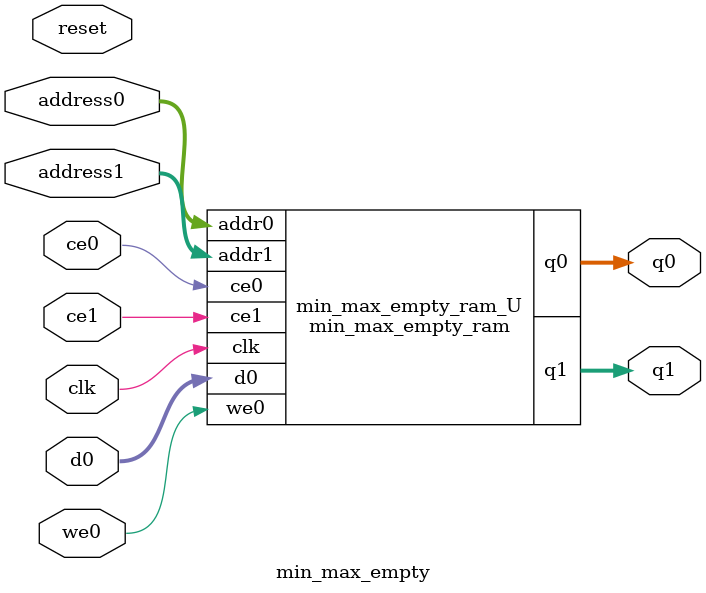
<source format=v>

`timescale 1 ns / 1 ps
module min_max_empty_ram (addr0, ce0, d0, we0, q0, addr1, ce1, q1,  clk);

parameter DWIDTH = 32;
parameter AWIDTH = 7;
parameter MEM_SIZE = 100;

input[AWIDTH-1:0] addr0;
input ce0;
input[DWIDTH-1:0] d0;
input we0;
output reg[DWIDTH-1:0] q0;
input[AWIDTH-1:0] addr1;
input ce1;
output reg[DWIDTH-1:0] q1;
input clk;

(* ram_style = "block" *)reg [DWIDTH-1:0] ram[0:MEM_SIZE-1];




always @(posedge clk)  
begin 
    if (ce0) 
    begin
        if (we0) 
        begin 
            ram[addr0] <= d0; 
            q0 <= d0;
        end 
        else 
            q0 <= ram[addr0];
    end
end


always @(posedge clk)  
begin 
    if (ce1) 
    begin
            q1 <= ram[addr1];
    end
end


endmodule


`timescale 1 ns / 1 ps
module min_max_empty(
    reset,
    clk,
    address0,
    ce0,
    we0,
    d0,
    q0,
    address1,
    ce1,
    q1);

parameter DataWidth = 32'd32;
parameter AddressRange = 32'd100;
parameter AddressWidth = 32'd7;
input reset;
input clk;
input[AddressWidth - 1:0] address0;
input ce0;
input we0;
input[DataWidth - 1:0] d0;
output[DataWidth - 1:0] q0;
input[AddressWidth - 1:0] address1;
input ce1;
output[DataWidth - 1:0] q1;



min_max_empty_ram min_max_empty_ram_U(
    .clk( clk ),
    .addr0( address0 ),
    .ce0( ce0 ),
    .d0( d0 ),
    .we0( we0 ),
    .q0( q0 ),
    .addr1( address1 ),
    .ce1( ce1 ),
    .q1( q1 ));

endmodule


</source>
